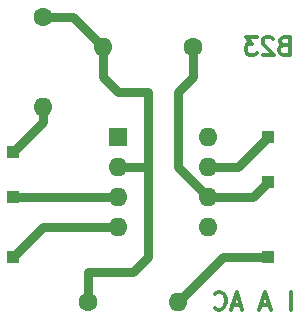
<source format=gbr>
G04 #@! TF.FileFunction,Copper,L2,Bot,Signal*
%FSLAX46Y46*%
G04 Gerber Fmt 4.6, Leading zero omitted, Abs format (unit mm)*
G04 Created by KiCad (PCBNEW 4.0.7) date 01/29/19 22:56:24*
%MOMM*%
%LPD*%
G01*
G04 APERTURE LIST*
%ADD10C,0.100000*%
%ADD11C,0.300000*%
%ADD12R,1.000000X1.000000*%
%ADD13C,1.600000*%
%ADD14O,1.600000X1.600000*%
%ADD15R,1.600000X1.600000*%
%ADD16C,0.750000*%
G04 APERTURE END LIST*
D10*
D11*
X141608571Y-90848571D02*
X141608571Y-89348571D01*
X139822857Y-90420000D02*
X139108571Y-90420000D01*
X139965714Y-90848571D02*
X139465714Y-89348571D01*
X138965714Y-90848571D01*
X137394286Y-90420000D02*
X136680000Y-90420000D01*
X137537143Y-90848571D02*
X137037143Y-89348571D01*
X136537143Y-90848571D01*
X135180000Y-90705714D02*
X135251429Y-90777143D01*
X135465715Y-90848571D01*
X135608572Y-90848571D01*
X135822857Y-90777143D01*
X135965715Y-90634286D01*
X136037143Y-90491429D01*
X136108572Y-90205714D01*
X136108572Y-89991429D01*
X136037143Y-89705714D01*
X135965715Y-89562857D01*
X135822857Y-89420000D01*
X135608572Y-89348571D01*
X135465715Y-89348571D01*
X135251429Y-89420000D01*
X135180000Y-89491429D01*
X141021428Y-68472857D02*
X140807142Y-68544286D01*
X140735714Y-68615714D01*
X140664285Y-68758571D01*
X140664285Y-68972857D01*
X140735714Y-69115714D01*
X140807142Y-69187143D01*
X140950000Y-69258571D01*
X141521428Y-69258571D01*
X141521428Y-67758571D01*
X141021428Y-67758571D01*
X140878571Y-67830000D01*
X140807142Y-67901429D01*
X140735714Y-68044286D01*
X140735714Y-68187143D01*
X140807142Y-68330000D01*
X140878571Y-68401429D01*
X141021428Y-68472857D01*
X141521428Y-68472857D01*
X140092857Y-67901429D02*
X140021428Y-67830000D01*
X139878571Y-67758571D01*
X139521428Y-67758571D01*
X139378571Y-67830000D01*
X139307142Y-67901429D01*
X139235714Y-68044286D01*
X139235714Y-68187143D01*
X139307142Y-68401429D01*
X140164285Y-69258571D01*
X139235714Y-69258571D01*
X138735714Y-67758571D02*
X137807143Y-67758571D01*
X138307143Y-68330000D01*
X138092857Y-68330000D01*
X137950000Y-68401429D01*
X137878571Y-68472857D01*
X137807143Y-68615714D01*
X137807143Y-68972857D01*
X137878571Y-69115714D01*
X137950000Y-69187143D01*
X138092857Y-69258571D01*
X138521429Y-69258571D01*
X138664286Y-69187143D01*
X138735714Y-69115714D01*
D12*
X139700000Y-76200000D03*
X118110000Y-86360000D03*
X118110000Y-81280000D03*
X139700000Y-80010000D03*
D13*
X133350000Y-68580000D03*
D14*
X125730000Y-68580000D03*
D13*
X120650000Y-66040000D03*
D14*
X120650000Y-73660000D03*
D13*
X124460000Y-90170000D03*
D14*
X132080000Y-90170000D03*
D15*
X127000000Y-76200000D03*
D14*
X134620000Y-83820000D03*
X127000000Y-78740000D03*
X134620000Y-81280000D03*
X127000000Y-81280000D03*
X134620000Y-78740000D03*
X127000000Y-83820000D03*
X134620000Y-76200000D03*
D12*
X118110000Y-77470000D03*
X139700000Y-86360000D03*
D16*
X134620000Y-78740000D02*
X137160000Y-78740000D01*
X137160000Y-78740000D02*
X139700000Y-76200000D01*
X127000000Y-83820000D02*
X120650000Y-83820000D01*
X120650000Y-83820000D02*
X118110000Y-86360000D01*
X127000000Y-81280000D02*
X118110000Y-81280000D01*
X133350000Y-68580000D02*
X133350000Y-71120000D01*
X132080000Y-78740000D02*
X134620000Y-81280000D01*
X132080000Y-72390000D02*
X132080000Y-78740000D01*
X133350000Y-71120000D02*
X132080000Y-72390000D01*
X134620000Y-81280000D02*
X138430000Y-81280000D01*
X138430000Y-81280000D02*
X139700000Y-80010000D01*
X125730000Y-68580000D02*
X125730000Y-71120000D01*
X129540000Y-72390000D02*
X129540000Y-78740000D01*
X128270000Y-72390000D02*
X129540000Y-72390000D01*
X127000000Y-72390000D02*
X128270000Y-72390000D01*
X125730000Y-71120000D02*
X127000000Y-72390000D01*
X120650000Y-66040000D02*
X123190000Y-66040000D01*
X123190000Y-66040000D02*
X125730000Y-68580000D01*
X127000000Y-78740000D02*
X129540000Y-78740000D01*
X124460000Y-87630000D02*
X124460000Y-90170000D01*
X129540000Y-78740000D02*
X129540000Y-86360000D01*
X129540000Y-86360000D02*
X128270000Y-87630000D01*
X128270000Y-87630000D02*
X124460000Y-87630000D01*
X120650000Y-73660000D02*
X120650000Y-74930000D01*
X120650000Y-74930000D02*
X118110000Y-77470000D01*
X139700000Y-86360000D02*
X135890000Y-86360000D01*
X135890000Y-86360000D02*
X132080000Y-90170000D01*
M02*

</source>
